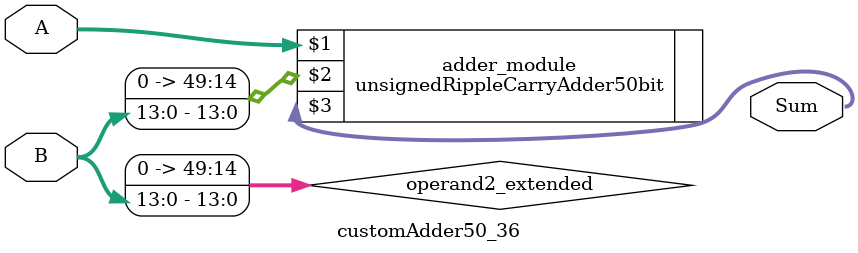
<source format=v>
module customAdder50_36(
                        input [49 : 0] A,
                        input [13 : 0] B,
                        
                        output [50 : 0] Sum
                );

        wire [49 : 0] operand2_extended;
        
        assign operand2_extended =  {36'b0, B};
        
        unsignedRippleCarryAdder50bit adder_module(
            A,
            operand2_extended,
            Sum
        );
        
        endmodule
        
</source>
